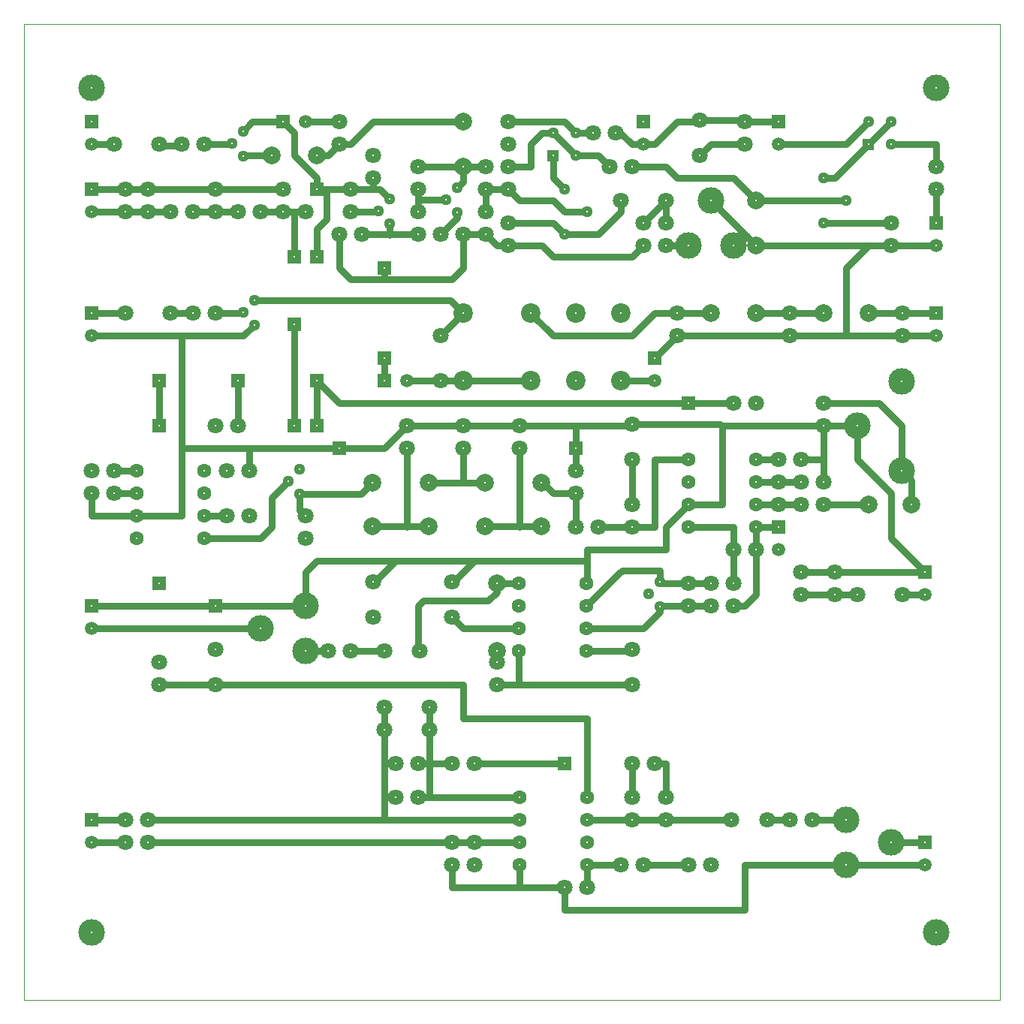
<source format=gbr>
%FSLAX34Y34*%
%MOMM*%
%LNSILK_TOP*%
G71*
G01*
%ADD10C, 0.00*%
%ADD11C, 1.52*%
%ADD12C, 1.80*%
%ADD13C, 0.80*%
%ADD14C, 1.28*%
%ADD15C, 2.00*%
%ADD16C, 1.28*%
%ADD17C, 3.00*%
%ADD18C, 1.60*%
%ADD19C, 2.20*%
%ADD20C, 3.00*%
%ADD21C, 3.00*%
%ADD22C, 0.30*%
%LPD*%
G54D10*
X-50000Y1050000D02*
X1050000Y1050000D01*
X1050000Y-50000D01*
X-50000Y-50000D01*
X-50000Y1050000D01*
G36*
X33000Y947400D02*
X33000Y932200D01*
X17800Y932200D01*
X17800Y947400D01*
X33000Y947400D01*
G37*
X25400Y914400D02*
G54D11*
D03*
X127000Y914400D02*
G54D12*
D03*
X152400Y914400D02*
G54D12*
D03*
X101600Y914400D02*
G54D12*
D03*
X50800Y914400D02*
G54D12*
D03*
G54D13*
X102608Y913133D02*
X125733Y913133D01*
X127000Y914400D01*
X196566Y901371D02*
G54D14*
D03*
X183866Y915371D02*
G54D14*
D03*
X196566Y929371D02*
G54D14*
D03*
G36*
X233700Y947400D02*
X248900Y947400D01*
X248900Y932200D01*
X233700Y932200D01*
X233700Y947400D01*
G37*
X266700Y939800D02*
G54D11*
D03*
G54D13*
X241300Y939800D02*
X206995Y939800D01*
X196566Y929371D01*
X228600Y901700D02*
G54D15*
D03*
X279400Y901700D02*
G54D15*
D03*
G54D13*
X228600Y901700D02*
X196895Y901700D01*
X196566Y901371D01*
X304800Y939800D02*
G54D12*
D03*
X304800Y914400D02*
G54D12*
D03*
X361666Y825171D02*
G54D14*
D03*
X348966Y839171D02*
G54D14*
D03*
X361666Y853171D02*
G54D14*
D03*
G36*
X33000Y871200D02*
X33000Y856000D01*
X17800Y856000D01*
X17800Y871200D01*
X33000Y871200D01*
G37*
X25400Y838200D02*
G54D11*
D03*
X63500Y863600D02*
G54D12*
D03*
X63500Y838200D02*
G54D12*
D03*
X88900Y863600D02*
G54D12*
D03*
X88900Y838200D02*
G54D12*
D03*
X114300Y838200D02*
G54D12*
D03*
X139700Y838200D02*
G54D12*
D03*
X165100Y863600D02*
G54D12*
D03*
X165100Y838200D02*
G54D12*
D03*
X190500Y838200D02*
G54D12*
D03*
X215900Y838200D02*
G54D12*
D03*
X241300Y863600D02*
G54D12*
D03*
X241300Y838200D02*
G54D12*
D03*
G54D13*
X25400Y838200D02*
X63500Y838200D01*
X88900Y838200D01*
X114300Y838200D01*
G54D13*
X139700Y838200D02*
X165100Y838200D01*
X190500Y838200D01*
G54D13*
X215900Y838200D02*
X241300Y838200D01*
G54D13*
X25400Y914400D02*
X50800Y914400D01*
G54D13*
X152400Y914400D02*
X182895Y914400D01*
X183866Y915371D01*
X317500Y863600D02*
G54D12*
D03*
X317500Y838200D02*
G54D12*
D03*
G54D13*
X317500Y838200D02*
X347995Y838200D01*
X348966Y839171D01*
G54D13*
X317500Y863600D02*
X351237Y863600D01*
X361666Y853171D01*
X342900Y901700D02*
G54D12*
D03*
X342900Y876300D02*
G54D12*
D03*
G54D13*
X342900Y876300D02*
X342900Y863600D01*
G54D13*
X279400Y901700D02*
X292100Y901700D01*
X304800Y914400D01*
X393700Y812800D02*
G54D12*
D03*
X393700Y838200D02*
G54D12*
D03*
X437866Y837871D02*
G54D14*
D03*
X425166Y851871D02*
G54D14*
D03*
X437866Y865871D02*
G54D14*
D03*
X393700Y889000D02*
G54D12*
D03*
X393700Y863600D02*
G54D12*
D03*
G54D13*
X393700Y838200D02*
X393700Y863600D01*
X304800Y812800D02*
G54D12*
D03*
X330200Y812800D02*
G54D12*
D03*
G54D13*
X330200Y812800D02*
X393700Y812800D01*
G54D13*
X361666Y825171D02*
X361666Y812621D01*
X361566Y812521D01*
X444500Y939800D02*
G54D15*
D03*
X444500Y889000D02*
G54D15*
D03*
G54D13*
X304800Y914400D02*
X317500Y914400D01*
X342900Y939800D01*
X444500Y939800D01*
G54D13*
X444500Y889000D02*
X444500Y872505D01*
X437866Y865871D01*
G54D13*
X425166Y851871D02*
X394671Y851871D01*
X393700Y850900D01*
X419100Y812800D02*
G54D12*
D03*
X444500Y812800D02*
G54D12*
D03*
G54D13*
X437866Y837871D02*
X437866Y831566D01*
X419100Y812800D01*
G54D13*
X393700Y889000D02*
X444500Y889000D01*
X469900Y889000D02*
G54D12*
D03*
X469900Y863600D02*
G54D12*
D03*
X469900Y838200D02*
G54D12*
D03*
X469900Y812800D02*
G54D12*
D03*
X495300Y889000D02*
G54D12*
D03*
X495300Y863600D02*
G54D12*
D03*
G54D13*
X469900Y863600D02*
X495300Y863600D01*
G54D13*
X469900Y863600D02*
X469900Y838200D01*
G54D13*
X444500Y889000D02*
X469900Y889000D01*
X558800Y812800D02*
G54D14*
D03*
X584200Y838200D02*
G54D14*
D03*
X558800Y863600D02*
G54D14*
D03*
X495300Y825500D02*
G54D12*
D03*
X495300Y800100D02*
G54D12*
D03*
G36*
X539700Y908100D02*
X552500Y908100D01*
X552500Y895300D01*
X539700Y895300D01*
X539700Y908100D01*
G37*
X546100Y927100D02*
G54D16*
D03*
X571500Y901700D02*
G54D16*
D03*
X571500Y927100D02*
G54D16*
D03*
X495300Y939800D02*
G54D12*
D03*
X495300Y914400D02*
G54D12*
D03*
G54D13*
X546100Y927100D02*
X571500Y901700D01*
G54D13*
X495300Y889000D02*
X520700Y889000D01*
X520700Y914400D01*
X533400Y927100D01*
X546100Y927100D01*
G54D13*
X495300Y939800D02*
X558800Y939800D01*
X571500Y927100D01*
G54D13*
X546100Y901700D02*
X546100Y876300D01*
X558800Y863600D01*
G54D13*
X495300Y825500D02*
X546100Y825500D01*
X558800Y812800D01*
G54D13*
X495300Y863600D02*
X508000Y850900D01*
X546093Y850900D01*
X558800Y838193D01*
X584200Y838200D01*
X635000Y889000D02*
G54D12*
D03*
X609600Y889000D02*
G54D12*
D03*
G54D13*
X571500Y901700D02*
X596900Y901700D01*
X609600Y889000D01*
X673100Y850900D02*
G54D12*
D03*
X622300Y850900D02*
G54D12*
D03*
G54D13*
X558800Y812800D02*
X596900Y812800D01*
X622300Y838200D01*
X622300Y850900D01*
X647700Y825500D02*
G54D12*
D03*
X647700Y800100D02*
G54D12*
D03*
G54D13*
X647700Y825500D02*
X673100Y850900D01*
X673100Y825500D02*
G54D12*
D03*
X673100Y800100D02*
G54D12*
D03*
G54D13*
X673100Y850900D02*
X673100Y825500D01*
X698500Y800100D02*
G54D17*
D03*
X749300Y800100D02*
G54D17*
D03*
X723900Y850900D02*
G54D17*
D03*
G54D13*
X673100Y800100D02*
X698500Y800100D01*
X711200Y901700D02*
G54D12*
D03*
X711200Y941700D02*
G54D12*
D03*
X616978Y927499D02*
G54D12*
D03*
X591578Y927499D02*
G54D12*
D03*
G54D13*
X571500Y927100D02*
X591179Y927100D01*
X591578Y927499D01*
G36*
X655300Y947400D02*
X655300Y932200D01*
X640100Y932200D01*
X640100Y947400D01*
X655300Y947400D01*
G37*
X647700Y914400D02*
G54D11*
D03*
G54D13*
X616978Y927499D02*
X621901Y927499D01*
X635000Y914400D01*
X647700Y914400D01*
X762000Y939800D02*
G54D12*
D03*
X762000Y914400D02*
G54D12*
D03*
G54D13*
X647700Y914400D02*
X660400Y914400D01*
X685800Y939800D01*
X709300Y939800D01*
X711200Y941700D01*
G54D13*
X711200Y941700D02*
X760100Y941700D01*
X762000Y939800D01*
X850900Y825500D02*
G54D14*
D03*
X876300Y850900D02*
G54D14*
D03*
X850900Y876300D02*
G54D14*
D03*
X774700Y850900D02*
G54D15*
D03*
X774700Y800100D02*
G54D15*
D03*
G36*
X807700Y947400D02*
X807700Y932200D01*
X792500Y932200D01*
X792500Y947400D01*
X807700Y947400D01*
G37*
X800100Y914400D02*
G54D11*
D03*
G54D13*
X762000Y939800D02*
X800100Y939800D01*
G36*
X895300Y920800D02*
X908100Y920800D01*
X908100Y908000D01*
X895300Y908000D01*
X895300Y920800D01*
G37*
X901700Y939800D02*
G54D16*
D03*
X927100Y914400D02*
G54D16*
D03*
X927100Y939800D02*
G54D16*
D03*
X977900Y863600D02*
G54D12*
D03*
X977900Y889000D02*
G54D12*
D03*
G36*
X985500Y833100D02*
X985500Y817900D01*
X970300Y817900D01*
X970300Y833100D01*
X985500Y833100D01*
G37*
X977900Y800100D02*
G54D11*
D03*
G54D13*
X901700Y914400D02*
X927100Y939800D01*
G54D13*
X927100Y914400D02*
X977900Y914400D01*
X977900Y889000D01*
X927100Y825500D02*
G54D12*
D03*
X927100Y800100D02*
G54D12*
D03*
G54D13*
X850900Y825500D02*
X927100Y825500D01*
G54D13*
X876300Y850900D02*
X774700Y850900D01*
G54D13*
X850900Y876300D02*
X863600Y876300D01*
X901700Y914400D01*
G54D13*
X635000Y889000D02*
X673100Y889000D01*
X685800Y876300D01*
X749300Y876300D01*
X774700Y850900D01*
G54D13*
X800100Y914400D02*
X876300Y914400D01*
X901700Y939800D01*
G54D13*
X977900Y863600D02*
X977900Y825500D01*
G54D13*
X495300Y800100D02*
X533400Y800100D01*
X546100Y787400D01*
X635000Y787400D01*
X647700Y800100D01*
G54D13*
X723900Y850900D02*
X774700Y800100D01*
G54D13*
X749300Y800100D02*
X754100Y800100D01*
X765200Y811200D01*
G54D13*
X774700Y800100D02*
X927100Y800100D01*
X977900Y800100D01*
G54D13*
X762000Y914400D02*
X723900Y914400D01*
X711200Y901700D01*
G54D13*
X241300Y863600D02*
X165100Y863600D01*
X88900Y863600D01*
X63500Y863600D01*
X25400Y863600D01*
G54D13*
X266700Y939800D02*
X304800Y939800D01*
X76200Y546100D02*
G54D18*
D03*
X76200Y520700D02*
G54D18*
D03*
X76200Y495300D02*
G54D18*
D03*
X76200Y469900D02*
G54D18*
D03*
X152400Y546100D02*
G54D18*
D03*
X152400Y520700D02*
G54D18*
D03*
X152400Y495300D02*
G54D18*
D03*
X152400Y469900D02*
G54D18*
D03*
X698500Y558800D02*
G54D18*
D03*
X698500Y533400D02*
G54D18*
D03*
X698500Y508000D02*
G54D18*
D03*
X698500Y482600D02*
G54D18*
D03*
X774700Y558800D02*
G54D18*
D03*
X774700Y533400D02*
G54D18*
D03*
X774700Y508000D02*
G54D18*
D03*
X774700Y482600D02*
G54D18*
D03*
X342050Y532550D02*
G54D15*
D03*
X342050Y484150D02*
G54D15*
D03*
X444885Y647935D02*
G54D19*
D03*
X444885Y724135D02*
G54D19*
D03*
X521085Y647935D02*
G54D19*
D03*
X571885Y647935D02*
G54D19*
D03*
X622685Y647935D02*
G54D19*
D03*
X521085Y724135D02*
G54D19*
D03*
X571885Y724135D02*
G54D19*
D03*
X622685Y724135D02*
G54D19*
D03*
G36*
X985500Y731500D02*
X985500Y716300D01*
X970300Y716300D01*
X970300Y731500D01*
X985500Y731500D01*
G37*
X977900Y698500D02*
G54D11*
D03*
X939800Y698500D02*
G54D12*
D03*
X939800Y723900D02*
G54D12*
D03*
X901700Y723900D02*
G54D15*
D03*
X850900Y723900D02*
G54D15*
D03*
X812800Y698500D02*
G54D12*
D03*
X812800Y723900D02*
G54D12*
D03*
X774700Y723900D02*
G54D15*
D03*
X723900Y723900D02*
G54D15*
D03*
X685800Y698500D02*
G54D12*
D03*
X685800Y723900D02*
G54D12*
D03*
G54D13*
X685800Y698500D02*
X812800Y698500D01*
X939800Y698500D01*
X977900Y698500D01*
G54D13*
X685800Y723900D02*
X723900Y723900D01*
G54D13*
X774700Y723900D02*
X812800Y723900D01*
G54D13*
X812800Y723900D02*
X850900Y723900D01*
G54D13*
X901700Y723900D02*
X939800Y723900D01*
X977900Y723900D01*
G54D13*
X521085Y724135D02*
X521085Y723515D01*
X546100Y698500D01*
X635000Y698500D01*
X660400Y723900D01*
X685800Y723900D01*
G54D13*
X876300Y698500D02*
X876300Y774700D01*
X901700Y800100D01*
G36*
X33000Y731500D02*
X33000Y716300D01*
X17800Y716300D01*
X17800Y731500D01*
X33000Y731500D01*
G37*
X25400Y698500D02*
G54D11*
D03*
X114300Y723900D02*
G54D12*
D03*
X63500Y723900D02*
G54D12*
D03*
X139700Y723900D02*
G54D12*
D03*
X165100Y723900D02*
G54D12*
D03*
X209266Y710871D02*
G54D14*
D03*
X196566Y724871D02*
G54D14*
D03*
X209266Y738871D02*
G54D14*
D03*
X419100Y647700D02*
G54D12*
D03*
X419100Y698500D02*
G54D12*
D03*
G54D13*
X25400Y723900D02*
X63500Y723900D01*
G54D13*
X114300Y723900D02*
X139700Y723900D01*
G54D13*
X165100Y723900D02*
X195595Y723900D01*
X196566Y724871D01*
G54D13*
X209266Y738871D02*
X430149Y738871D01*
X444885Y724135D01*
G54D13*
X444885Y647935D02*
X419334Y647935D01*
X419100Y647700D01*
G54D13*
X444885Y724135D02*
X444734Y724135D01*
X419100Y698500D01*
G54D13*
X25400Y698500D02*
X196895Y698500D01*
X209266Y710871D01*
G54D13*
X444885Y647935D02*
X521085Y647935D01*
G36*
X668000Y680700D02*
X668000Y665500D01*
X652800Y665500D01*
X652800Y680700D01*
X668000Y680700D01*
G37*
X660400Y647700D02*
G54D11*
D03*
G54D13*
X685800Y698500D02*
X660400Y673100D01*
G54D13*
X622685Y647935D02*
X660165Y647935D01*
X660400Y647700D01*
X405550Y532550D02*
G54D15*
D03*
X405550Y484150D02*
G54D15*
D03*
X469050Y532550D02*
G54D15*
D03*
X469050Y484150D02*
G54D15*
D03*
X532550Y532550D02*
G54D15*
D03*
X532550Y484150D02*
G54D15*
D03*
X381000Y571500D02*
G54D12*
D03*
X381000Y596900D02*
G54D12*
D03*
X444500Y571500D02*
G54D12*
D03*
X444500Y596900D02*
G54D12*
D03*
X508000Y571500D02*
G54D12*
D03*
X508000Y596900D02*
G54D12*
D03*
X260066Y520371D02*
G54D14*
D03*
X247366Y534371D02*
G54D14*
D03*
X260066Y548371D02*
G54D14*
D03*
G54D13*
X152400Y469900D02*
X215900Y469900D01*
X228600Y482600D01*
X228600Y515605D01*
X247366Y534371D01*
X266700Y495300D02*
G54D12*
D03*
X266700Y469900D02*
G54D12*
D03*
G54D13*
X260066Y520371D02*
X260066Y501934D01*
X266700Y495300D01*
G54D13*
X260066Y520371D02*
X329871Y520371D01*
X342050Y532550D01*
X571500Y520700D02*
G54D12*
D03*
X571500Y546100D02*
G54D12*
D03*
X596900Y482600D02*
G54D12*
D03*
X571500Y482600D02*
G54D12*
D03*
X50800Y546100D02*
G54D12*
D03*
X25400Y546100D02*
G54D12*
D03*
X50800Y520700D02*
G54D12*
D03*
X25400Y520700D02*
G54D12*
D03*
G54D13*
X50800Y546100D02*
X76200Y546100D01*
G54D13*
X50800Y520700D02*
X76200Y520700D01*
X203200Y495300D02*
G54D12*
D03*
X177800Y495300D02*
G54D12*
D03*
X203200Y546100D02*
G54D12*
D03*
X177800Y546100D02*
G54D12*
D03*
G54D13*
X152400Y495300D02*
X177800Y495300D01*
X635000Y508000D02*
G54D12*
D03*
X635000Y482600D02*
G54D12*
D03*
X635000Y598800D02*
G54D12*
D03*
X635000Y558800D02*
G54D12*
D03*
G54D13*
X571500Y520700D02*
X571500Y482600D01*
G54D13*
X596900Y482600D02*
X635000Y482600D01*
G36*
X297200Y579100D02*
X312400Y579100D01*
X312400Y563900D01*
X297200Y563900D01*
X297200Y579100D01*
G37*
G54D13*
X342050Y484150D02*
X405550Y484150D01*
G54D13*
X405550Y532550D02*
X469050Y532550D01*
G54D13*
X469050Y484150D02*
X532550Y484150D01*
G54D13*
X532550Y532550D02*
X534250Y532550D01*
X546100Y520700D01*
X571500Y520700D01*
G54D13*
X381000Y571500D02*
X381000Y482600D01*
G54D13*
X444500Y571500D02*
X444500Y533400D01*
G54D13*
X508000Y571500D02*
X508000Y482600D01*
G54D13*
X304800Y571500D02*
X355600Y571500D01*
X381000Y596900D01*
G54D13*
X381000Y596900D02*
X444500Y596900D01*
G54D13*
X444500Y596900D02*
X508000Y596900D01*
G54D13*
X635000Y558800D02*
X635000Y508000D01*
G54D13*
X508000Y596900D02*
X633100Y596900D01*
X635000Y598800D01*
G54D13*
X25400Y520700D02*
X25400Y495300D01*
X76200Y495300D01*
G54D13*
X304800Y571500D02*
X203200Y571500D01*
G36*
X246400Y795000D02*
X261600Y795000D01*
X261600Y779800D01*
X246400Y779800D01*
X246400Y795000D01*
G37*
G54D13*
X304800Y812800D02*
X304800Y774700D01*
X317500Y762000D01*
X431800Y762000D01*
X444500Y774700D01*
X444500Y812800D01*
X469900Y812800D01*
X482600Y800100D01*
X495300Y800100D01*
G36*
X246400Y604500D02*
X261600Y604500D01*
X261600Y589300D01*
X246400Y589300D01*
X246400Y604500D01*
G37*
G36*
X246400Y718800D02*
X261600Y718800D01*
X261600Y703600D01*
X246400Y703600D01*
X246400Y718800D01*
G37*
G54D13*
X254000Y711200D02*
X254000Y596900D01*
G54D13*
X127000Y571500D02*
X127000Y698500D01*
X165100Y596900D02*
G54D12*
D03*
X190500Y596900D02*
G54D12*
D03*
G36*
X271800Y871200D02*
X287000Y871200D01*
X287000Y856000D01*
X271800Y856000D01*
X271800Y871200D01*
G37*
G54D13*
X317500Y863600D02*
X279400Y863600D01*
X279400Y876300D01*
X254000Y901700D01*
X254000Y927100D01*
X241300Y939800D01*
G36*
X271800Y795000D02*
X287000Y795000D01*
X287000Y779800D01*
X271800Y779800D01*
X271800Y795000D01*
G37*
G36*
X271800Y655300D02*
X287000Y655300D01*
X287000Y640100D01*
X271800Y640100D01*
X271800Y655300D01*
G37*
G36*
X182900Y655300D02*
X198100Y655300D01*
X198100Y640100D01*
X182900Y640100D01*
X182900Y655300D01*
G37*
G54D13*
X190500Y647700D02*
X190500Y596900D01*
G36*
X271800Y604500D02*
X287000Y604500D01*
X287000Y589300D01*
X271800Y589300D01*
X271800Y604500D01*
G37*
G54D13*
X279400Y647700D02*
X279400Y596900D01*
X266700Y838200D02*
G54D12*
D03*
X317500Y838200D02*
G54D12*
D03*
G54D13*
X241300Y838200D02*
X266700Y838200D01*
G54D13*
X254000Y787400D02*
X254000Y838200D01*
G54D13*
X279400Y787400D02*
X279400Y819100D01*
X290500Y830200D01*
X290500Y862000D01*
X292100Y863600D01*
G54D13*
X635000Y598800D02*
X734700Y598800D01*
X736600Y596900D01*
X736600Y508000D01*
X698500Y508000D01*
G54D13*
X698500Y558800D02*
X660400Y558800D01*
X660400Y482600D01*
X635000Y482600D01*
X800100Y508000D02*
G54D12*
D03*
X800100Y533400D02*
G54D12*
D03*
X825500Y558800D02*
G54D12*
D03*
X800100Y558800D02*
G54D12*
D03*
G54D13*
X774700Y558800D02*
X800100Y558800D01*
G54D13*
X774700Y533400D02*
X800100Y533400D01*
G54D13*
X774700Y508000D02*
X800100Y508000D01*
X850900Y533400D02*
G54D12*
D03*
X825500Y533400D02*
G54D12*
D03*
X850900Y508000D02*
G54D12*
D03*
X825500Y508000D02*
G54D12*
D03*
G54D13*
X800100Y508000D02*
X825500Y508000D01*
G54D13*
X800100Y533400D02*
X825500Y533400D01*
G54D13*
X825500Y558800D02*
X850900Y558800D01*
X850900Y533400D01*
X901700Y508000D02*
G54D15*
D03*
X950100Y508000D02*
G54D15*
D03*
G54D13*
X850900Y508000D02*
X901700Y508000D01*
X889000Y596900D02*
G54D20*
D03*
X939000Y646900D02*
G54D20*
D03*
X939000Y546900D02*
G54D20*
D03*
G54D13*
X950100Y508000D02*
X950100Y535800D01*
X939000Y546900D01*
X850900Y596900D02*
G54D12*
D03*
X850900Y622300D02*
G54D12*
D03*
G54D13*
X889000Y596900D02*
X850900Y596900D01*
X850900Y558800D01*
G54D13*
X850900Y622300D02*
X913600Y622300D01*
X939000Y596900D01*
X939000Y546900D01*
G54D13*
X850900Y596900D02*
X736600Y596900D01*
X734700Y598800D01*
G36*
X690900Y629900D02*
X706100Y629900D01*
X706100Y614700D01*
X690900Y614700D01*
X690900Y629900D01*
G37*
X749300Y622300D02*
G54D12*
D03*
X774700Y622300D02*
G54D12*
D03*
G54D13*
X749300Y622300D02*
X698500Y622300D01*
G54D13*
X698500Y622300D02*
X304800Y622300D01*
X279400Y647700D01*
G36*
X348000Y655300D02*
X363200Y655300D01*
X363200Y640100D01*
X348000Y640100D01*
X348000Y655300D01*
G37*
X381000Y647700D02*
G54D11*
D03*
G54D13*
X381000Y647700D02*
X419100Y647700D01*
G36*
X348000Y680700D02*
X363200Y680700D01*
X363200Y665500D01*
X348000Y665500D01*
X348000Y680700D01*
G37*
G36*
X348000Y782300D02*
X363200Y782300D01*
X363200Y767100D01*
X348000Y767100D01*
X348000Y782300D01*
G37*
G54D13*
X355600Y774700D02*
X355600Y762000D01*
G54D13*
X355600Y673100D02*
X355600Y647700D01*
G36*
X563900Y579100D02*
X579100Y579100D01*
X579100Y563900D01*
X563900Y563900D01*
X563900Y579100D01*
G37*
G54D13*
X571500Y546100D02*
X571500Y571500D01*
X571500Y596900D01*
X749300Y419100D02*
G54D12*
D03*
X723900Y419100D02*
G54D12*
D03*
X749300Y393700D02*
G54D12*
D03*
X723900Y393700D02*
G54D12*
D03*
X698500Y419100D02*
G54D12*
D03*
X698500Y393700D02*
G54D12*
D03*
G54D13*
X723900Y419100D02*
X698500Y419100D01*
G54D13*
X723900Y393700D02*
X698500Y393700D01*
X666466Y393371D02*
G54D14*
D03*
X653766Y407371D02*
G54D14*
D03*
X666466Y421371D02*
G54D14*
D03*
G54D13*
X698500Y419100D02*
X668737Y419100D01*
X666466Y421371D01*
G54D13*
X698500Y393700D02*
X666795Y393700D01*
X666466Y393371D01*
G36*
X972800Y439400D02*
X972800Y424200D01*
X957600Y424200D01*
X957600Y439400D01*
X972800Y439400D01*
G37*
X965200Y406400D02*
G54D11*
D03*
G54D13*
X889000Y596900D02*
X889000Y558800D01*
X927100Y520700D01*
X927100Y469900D01*
X965200Y431800D01*
X889000Y406400D02*
G54D12*
D03*
X939800Y406400D02*
G54D12*
D03*
X863600Y406400D02*
G54D12*
D03*
X863600Y431800D02*
G54D12*
D03*
X825500Y431800D02*
G54D12*
D03*
X825500Y406400D02*
G54D12*
D03*
G54D13*
X965200Y406400D02*
X939800Y406400D01*
G54D13*
X889000Y406400D02*
X863600Y406400D01*
X825500Y406400D01*
G54D13*
X965200Y431800D02*
X863600Y431800D01*
X825500Y431800D01*
X584051Y342890D02*
G54D18*
D03*
X584051Y368290D02*
G54D18*
D03*
X584051Y393691D02*
G54D18*
D03*
X584051Y419090D02*
G54D18*
D03*
X507851Y342890D02*
G54D18*
D03*
X507851Y368290D02*
G54D18*
D03*
X507851Y393691D02*
G54D18*
D03*
X507851Y419090D02*
G54D18*
D03*
G54D13*
X666466Y393371D02*
X666466Y387066D01*
X647700Y368300D01*
X584051Y368290D01*
G54D13*
X666466Y421371D02*
X666466Y433921D01*
X666366Y434021D01*
X624521Y434021D01*
X622300Y431800D01*
X622160Y431800D01*
X584051Y393691D01*
G54D13*
X698500Y508000D02*
X673100Y482600D01*
X673100Y457200D01*
X584200Y457200D01*
X584200Y419240D01*
X584051Y419090D01*
X482600Y304800D02*
G54D12*
D03*
X482600Y330200D02*
G54D12*
D03*
X431800Y421000D02*
G54D12*
D03*
X431800Y381000D02*
G54D12*
D03*
X482600Y419100D02*
G54D15*
D03*
X482600Y342900D02*
G54D15*
D03*
G54D13*
X507851Y419090D02*
X482600Y419100D01*
G54D13*
X507851Y368290D02*
X444510Y368290D01*
X431800Y381000D01*
G54D13*
X431800Y421000D02*
X433700Y421000D01*
X457200Y444500D01*
X584200Y444500D01*
X342900Y421000D02*
G54D12*
D03*
X342900Y381000D02*
G54D12*
D03*
G54D13*
X342900Y421000D02*
X344800Y421000D01*
X368300Y444500D01*
X457200Y444500D01*
G54D13*
X76200Y495300D02*
X127000Y495300D01*
X127000Y571500D01*
X203200Y571500D01*
X203200Y546100D01*
G36*
X94000Y655300D02*
X109200Y655300D01*
X109200Y640100D01*
X94000Y640100D01*
X94000Y655300D01*
G37*
G36*
X94000Y426700D02*
X109200Y426700D01*
X109200Y411500D01*
X94000Y411500D01*
X94000Y426700D01*
G37*
G36*
X94000Y604500D02*
X109200Y604500D01*
X109200Y589300D01*
X94000Y589300D01*
X94000Y604500D01*
G37*
G54D13*
X101600Y647700D02*
X101600Y596900D01*
X355600Y342900D02*
G54D12*
D03*
X395600Y342900D02*
G54D12*
D03*
X266700Y342900D02*
G54D17*
D03*
X266700Y393700D02*
G54D17*
D03*
X215900Y368300D02*
G54D17*
D03*
G36*
X33000Y401300D02*
X33000Y386100D01*
X17800Y386100D01*
X17800Y401300D01*
X33000Y401300D01*
G37*
X25400Y368300D02*
G54D11*
D03*
X508000Y177800D02*
G54D18*
D03*
X508000Y152400D02*
G54D18*
D03*
X508000Y127000D02*
G54D18*
D03*
X508000Y101600D02*
G54D18*
D03*
X584200Y177800D02*
G54D18*
D03*
X584200Y152400D02*
G54D18*
D03*
X584200Y127000D02*
G54D18*
D03*
X584200Y101600D02*
G54D18*
D03*
X635000Y344800D02*
G54D12*
D03*
X635000Y304800D02*
G54D12*
D03*
G54D13*
X584051Y342890D02*
X633090Y342890D01*
X635000Y344800D01*
G54D13*
X635000Y304800D02*
X482600Y304800D01*
G54D13*
X507851Y342890D02*
X507851Y304949D01*
X508000Y304800D01*
G54D13*
X482600Y342900D02*
X482600Y330200D01*
X317500Y342900D02*
G54D12*
D03*
X292100Y342900D02*
G54D12*
D03*
G54D13*
X482600Y419100D02*
X482600Y409500D01*
X473100Y400000D01*
X400000Y400000D01*
X393700Y393700D01*
X393700Y344800D01*
X395600Y342900D01*
G54D13*
X355600Y342900D02*
X317500Y342900D01*
G54D13*
X292100Y342900D02*
X266700Y342900D01*
G54D13*
X266700Y393700D02*
X266700Y431800D01*
X279400Y444500D01*
X368300Y444500D01*
G54D13*
X215900Y368300D02*
X25400Y368300D01*
G36*
X33000Y160000D02*
X33000Y144800D01*
X17800Y144800D01*
X17800Y160000D01*
X33000Y160000D01*
G37*
X25400Y127000D02*
G54D11*
D03*
X88900Y152400D02*
G54D12*
D03*
X63500Y152400D02*
G54D12*
D03*
X88900Y127000D02*
G54D12*
D03*
X63500Y127000D02*
G54D12*
D03*
G36*
X807700Y490200D02*
X807700Y475000D01*
X792500Y475000D01*
X792500Y490200D01*
X807700Y490200D01*
G37*
X800100Y457200D02*
G54D11*
D03*
X774700Y457200D02*
G54D12*
D03*
X749300Y457200D02*
G54D12*
D03*
G54D13*
X774700Y482600D02*
X800100Y482600D01*
G54D13*
X774700Y482600D02*
X774700Y457200D01*
G54D13*
X698500Y482600D02*
X749300Y482600D01*
X749300Y457200D01*
G54D13*
X749300Y457200D02*
X749300Y419100D01*
G54D13*
X774700Y457200D02*
X774700Y406400D01*
X762000Y393700D01*
X749300Y393700D01*
G54D13*
X25400Y152400D02*
X63500Y152400D01*
G54D13*
X25400Y127000D02*
X63500Y127000D01*
G54D13*
X88900Y152400D02*
X508000Y152400D01*
X393700Y177800D02*
G54D12*
D03*
X368300Y177800D02*
G54D12*
D03*
X393700Y215900D02*
G54D12*
D03*
X368300Y215900D02*
G54D12*
D03*
X355600Y254000D02*
G54D12*
D03*
X406400Y254000D02*
G54D12*
D03*
X406400Y279400D02*
G54D12*
D03*
X355600Y279400D02*
G54D12*
D03*
G54D13*
X355600Y279400D02*
X355600Y254000D01*
X355600Y177800D01*
X368300Y177800D01*
G54D13*
X368300Y215900D02*
X355600Y215900D01*
G54D13*
X406400Y279400D02*
X406400Y254000D01*
X406400Y177800D01*
X393700Y177800D01*
G54D13*
X393700Y215900D02*
X406400Y215900D01*
G54D13*
X393700Y177800D02*
X508000Y177800D01*
G54D13*
X368300Y177800D02*
X355600Y177800D01*
X355600Y152400D01*
X457200Y215900D02*
G54D12*
D03*
X431800Y215900D02*
G54D12*
D03*
G36*
X157500Y401300D02*
X172700Y401300D01*
X172700Y386100D01*
X157500Y386100D01*
X157500Y401300D01*
G37*
G54D13*
X25400Y393700D02*
X165100Y393700D01*
X266700Y393700D01*
X165100Y344800D02*
G54D12*
D03*
X165100Y304800D02*
G54D12*
D03*
X101600Y330200D02*
G54D12*
D03*
X101600Y304800D02*
G54D12*
D03*
G54D13*
X101600Y304800D02*
X165100Y304800D01*
G54D13*
X165100Y304800D02*
X444500Y304800D01*
X444500Y266700D01*
X584200Y266700D01*
X584200Y177800D01*
X431800Y101600D02*
G54D12*
D03*
X431800Y127000D02*
G54D12*
D03*
X457200Y127000D02*
G54D12*
D03*
X457200Y101600D02*
G54D12*
D03*
G54D13*
X88900Y127000D02*
X431800Y127000D01*
X457200Y127000D01*
X508000Y127000D01*
X647700Y101600D02*
G54D12*
D03*
X622300Y101600D02*
G54D12*
D03*
X723900Y101600D02*
G54D12*
D03*
X698500Y101600D02*
G54D12*
D03*
G54D13*
X584200Y101600D02*
X622300Y101600D01*
X584200Y76200D02*
G54D12*
D03*
X558800Y76200D02*
G54D12*
D03*
G54D13*
X431800Y101600D02*
X431800Y76200D01*
X558800Y76200D01*
G54D13*
X508000Y101600D02*
X508000Y76200D01*
G54D13*
X584200Y101600D02*
X584200Y76200D01*
X635000Y152400D02*
G54D12*
D03*
X635000Y177800D02*
G54D12*
D03*
X673100Y177800D02*
G54D12*
D03*
X673100Y152400D02*
G54D12*
D03*
X660400Y215900D02*
G54D12*
D03*
X635000Y215900D02*
G54D12*
D03*
G54D13*
X584200Y152400D02*
X635000Y152400D01*
X673100Y152400D01*
G54D13*
X673100Y177800D02*
X673100Y215900D01*
X660400Y215900D01*
G54D13*
X635000Y177800D02*
X635000Y215900D01*
G54D13*
X431800Y215900D02*
X393700Y215900D01*
G36*
X551200Y223500D02*
X566400Y223500D01*
X566400Y208300D01*
X551200Y208300D01*
X551200Y223500D01*
G37*
G54D13*
X457200Y215900D02*
X558800Y215900D01*
G54D13*
X647700Y101600D02*
X698500Y101600D01*
X787400Y152400D02*
G54D12*
D03*
X747400Y152400D02*
G54D12*
D03*
X838200Y152400D02*
G54D12*
D03*
X812800Y152400D02*
G54D12*
D03*
X876300Y152400D02*
G54D17*
D03*
X876300Y101600D02*
G54D17*
D03*
X927100Y127000D02*
G54D17*
D03*
G36*
X972800Y134600D02*
X972800Y119400D01*
X957600Y119400D01*
X957600Y134600D01*
X972800Y134600D01*
G37*
X965200Y101600D02*
G54D11*
D03*
G54D13*
X558800Y76200D02*
X558800Y50800D01*
X762000Y50800D01*
X762000Y101600D01*
X876300Y101600D01*
X965200Y101600D01*
G54D13*
X673100Y152400D02*
X747400Y152400D01*
G54D13*
X787400Y152400D02*
X812800Y152400D01*
G54D13*
X838200Y152400D02*
X876300Y152400D01*
G54D13*
X927100Y127000D02*
X965200Y127000D01*
X25400Y977900D02*
G54D12*
D03*
X977900Y977900D02*
G54D12*
D03*
X977900Y25400D02*
G54D12*
D03*
X25400Y25400D02*
G54D12*
D03*
X25400Y977900D02*
G54D12*
D03*
X25400Y977900D02*
G54D12*
D03*
X25400Y977900D02*
G54D12*
D03*
X977900Y977900D02*
G54D12*
D03*
X977900Y25400D02*
G54D12*
D03*
X25400Y25400D02*
G54D12*
D03*
X25400Y977900D02*
G54D12*
D03*
X25400Y977900D02*
G54D21*
D03*
X977900Y977900D02*
G54D21*
D03*
X977900Y25400D02*
G54D21*
D03*
X25400Y25400D02*
G54D21*
D03*
%LNAUGENFREISTANZEN*%
%LPC*%
X25400Y939800D02*
G54D22*
D03*
X25400Y914400D02*
G54D22*
D03*
X127000Y914400D02*
G54D22*
D03*
X152400Y914400D02*
G54D22*
D03*
X101600Y914400D02*
G54D22*
D03*
X50800Y914400D02*
G54D22*
D03*
X196566Y901371D02*
G54D22*
D03*
X183866Y915371D02*
G54D22*
D03*
X196566Y929371D02*
G54D22*
D03*
X241300Y939800D02*
G54D22*
D03*
X266700Y939800D02*
G54D22*
D03*
X228600Y901700D02*
G54D22*
D03*
X279400Y901700D02*
G54D22*
D03*
X304800Y939800D02*
G54D22*
D03*
X304800Y914400D02*
G54D22*
D03*
X361666Y825171D02*
G54D22*
D03*
X348966Y839171D02*
G54D22*
D03*
X361666Y853171D02*
G54D22*
D03*
X25400Y863600D02*
G54D22*
D03*
X25400Y838200D02*
G54D22*
D03*
X63500Y863600D02*
G54D22*
D03*
X63500Y838200D02*
G54D22*
D03*
X88900Y863600D02*
G54D22*
D03*
X88900Y838200D02*
G54D22*
D03*
X114300Y838200D02*
G54D22*
D03*
X139700Y838200D02*
G54D22*
D03*
X165100Y863600D02*
G54D22*
D03*
X165100Y838200D02*
G54D22*
D03*
X190500Y838200D02*
G54D22*
D03*
X215900Y838200D02*
G54D22*
D03*
X241300Y863600D02*
G54D22*
D03*
X241300Y838200D02*
G54D22*
D03*
X317500Y863600D02*
G54D22*
D03*
X317500Y838200D02*
G54D22*
D03*
X342900Y901700D02*
G54D22*
D03*
X342900Y876300D02*
G54D22*
D03*
X393700Y812800D02*
G54D22*
D03*
X393700Y838200D02*
G54D22*
D03*
X437866Y837871D02*
G54D22*
D03*
X425166Y851871D02*
G54D22*
D03*
X437866Y865871D02*
G54D22*
D03*
X393700Y889000D02*
G54D22*
D03*
X393700Y863600D02*
G54D22*
D03*
X304800Y812800D02*
G54D22*
D03*
X330200Y812800D02*
G54D22*
D03*
X444500Y939800D02*
G54D22*
D03*
X444500Y889000D02*
G54D22*
D03*
X419100Y812800D02*
G54D22*
D03*
X444500Y812800D02*
G54D22*
D03*
X469900Y889000D02*
G54D22*
D03*
X469900Y863600D02*
G54D22*
D03*
X469900Y838200D02*
G54D22*
D03*
X469900Y812800D02*
G54D22*
D03*
X495300Y889000D02*
G54D22*
D03*
X495300Y863600D02*
G54D22*
D03*
X558800Y812800D02*
G54D22*
D03*
X584200Y838200D02*
G54D22*
D03*
X558800Y863600D02*
G54D22*
D03*
X495300Y825500D02*
G54D22*
D03*
X495300Y800100D02*
G54D22*
D03*
X546100Y901700D02*
G54D22*
D03*
X546100Y927100D02*
G54D22*
D03*
X571500Y901700D02*
G54D22*
D03*
X571500Y927100D02*
G54D22*
D03*
X495300Y939800D02*
G54D22*
D03*
X495300Y914400D02*
G54D22*
D03*
X635000Y889000D02*
G54D22*
D03*
X609600Y889000D02*
G54D22*
D03*
X673100Y850900D02*
G54D22*
D03*
X622300Y850900D02*
G54D22*
D03*
X647700Y825500D02*
G54D22*
D03*
X647700Y800100D02*
G54D22*
D03*
X673100Y825500D02*
G54D22*
D03*
X673100Y800100D02*
G54D22*
D03*
X698500Y800100D02*
G54D22*
D03*
X749300Y800100D02*
G54D22*
D03*
X723900Y850900D02*
G54D22*
D03*
X711200Y901700D02*
G54D22*
D03*
X711200Y941700D02*
G54D22*
D03*
X616978Y927499D02*
G54D22*
D03*
X591578Y927499D02*
G54D22*
D03*
X647700Y939800D02*
G54D22*
D03*
X647700Y914400D02*
G54D22*
D03*
X762000Y939800D02*
G54D22*
D03*
X762000Y914400D02*
G54D22*
D03*
X850900Y825500D02*
G54D22*
D03*
X876300Y850900D02*
G54D22*
D03*
X850900Y876300D02*
G54D22*
D03*
X774700Y850900D02*
G54D22*
D03*
X774700Y800100D02*
G54D22*
D03*
X800100Y939800D02*
G54D22*
D03*
X800100Y914400D02*
G54D22*
D03*
X901700Y914400D02*
G54D22*
D03*
X901700Y939800D02*
G54D22*
D03*
X927100Y914400D02*
G54D22*
D03*
X927100Y939800D02*
G54D22*
D03*
X977900Y863600D02*
G54D22*
D03*
X977900Y889000D02*
G54D22*
D03*
X977900Y825500D02*
G54D22*
D03*
X977900Y800100D02*
G54D22*
D03*
X927100Y825500D02*
G54D22*
D03*
X927100Y800100D02*
G54D22*
D03*
X76200Y546100D02*
G54D22*
D03*
X76200Y520700D02*
G54D22*
D03*
X76200Y495300D02*
G54D22*
D03*
X76200Y469900D02*
G54D22*
D03*
X152400Y546100D02*
G54D22*
D03*
X152400Y520700D02*
G54D22*
D03*
X152400Y495300D02*
G54D22*
D03*
X152400Y469900D02*
G54D22*
D03*
X698500Y558800D02*
G54D22*
D03*
X698500Y533400D02*
G54D22*
D03*
X698500Y508000D02*
G54D22*
D03*
X698500Y482600D02*
G54D22*
D03*
X774700Y558800D02*
G54D22*
D03*
X774700Y533400D02*
G54D22*
D03*
X774700Y508000D02*
G54D22*
D03*
X774700Y482600D02*
G54D22*
D03*
X342050Y532550D02*
G54D22*
D03*
X342050Y484150D02*
G54D22*
D03*
X444885Y647935D02*
G54D22*
D03*
X444885Y724135D02*
G54D22*
D03*
X521085Y647935D02*
G54D22*
D03*
X571885Y647935D02*
G54D22*
D03*
X622685Y647935D02*
G54D22*
D03*
X521085Y724135D02*
G54D22*
D03*
X571885Y724135D02*
G54D22*
D03*
X622685Y724135D02*
G54D22*
D03*
X977900Y723900D02*
G54D22*
D03*
X977900Y698500D02*
G54D22*
D03*
X939800Y698500D02*
G54D22*
D03*
X939800Y723900D02*
G54D22*
D03*
X901700Y723900D02*
G54D22*
D03*
X850900Y723900D02*
G54D22*
D03*
X812800Y698500D02*
G54D22*
D03*
X812800Y723900D02*
G54D22*
D03*
X774700Y723900D02*
G54D22*
D03*
X723900Y723900D02*
G54D22*
D03*
X685800Y698500D02*
G54D22*
D03*
X685800Y723900D02*
G54D22*
D03*
X25400Y723900D02*
G54D22*
D03*
X25400Y698500D02*
G54D22*
D03*
X114300Y723900D02*
G54D22*
D03*
X63500Y723900D02*
G54D22*
D03*
X139700Y723900D02*
G54D22*
D03*
X165100Y723900D02*
G54D22*
D03*
X209266Y710871D02*
G54D22*
D03*
X196566Y724871D02*
G54D22*
D03*
X209266Y738871D02*
G54D22*
D03*
X419100Y647700D02*
G54D22*
D03*
X419100Y698500D02*
G54D22*
D03*
X660400Y673100D02*
G54D22*
D03*
X660400Y647700D02*
G54D22*
D03*
X405550Y532550D02*
G54D22*
D03*
X405550Y484150D02*
G54D22*
D03*
X469050Y532550D02*
G54D22*
D03*
X469050Y484150D02*
G54D22*
D03*
X532550Y532550D02*
G54D22*
D03*
X532550Y484150D02*
G54D22*
D03*
X381000Y571500D02*
G54D22*
D03*
X381000Y596900D02*
G54D22*
D03*
X444500Y571500D02*
G54D22*
D03*
X444500Y596900D02*
G54D22*
D03*
X508000Y571500D02*
G54D22*
D03*
X508000Y596900D02*
G54D22*
D03*
X260066Y520371D02*
G54D22*
D03*
X247366Y534371D02*
G54D22*
D03*
X260066Y548371D02*
G54D22*
D03*
X266700Y495300D02*
G54D22*
D03*
X266700Y469900D02*
G54D22*
D03*
X571500Y520700D02*
G54D22*
D03*
X571500Y546100D02*
G54D22*
D03*
X596900Y482600D02*
G54D22*
D03*
X571500Y482600D02*
G54D22*
D03*
X50800Y546100D02*
G54D22*
D03*
X25400Y546100D02*
G54D22*
D03*
X50800Y520700D02*
G54D22*
D03*
X25400Y520700D02*
G54D22*
D03*
X203200Y495300D02*
G54D22*
D03*
X177800Y495300D02*
G54D22*
D03*
X203200Y546100D02*
G54D22*
D03*
X177800Y546100D02*
G54D22*
D03*
X635000Y508000D02*
G54D22*
D03*
X635000Y482600D02*
G54D22*
D03*
X635000Y598800D02*
G54D22*
D03*
X635000Y558800D02*
G54D22*
D03*
X304800Y571500D02*
G54D22*
D03*
X254000Y787400D02*
G54D22*
D03*
X254000Y596900D02*
G54D22*
D03*
X254000Y711200D02*
G54D22*
D03*
X165100Y596900D02*
G54D22*
D03*
X190500Y596900D02*
G54D22*
D03*
X279400Y863600D02*
G54D22*
D03*
X279400Y787400D02*
G54D22*
D03*
X279400Y647700D02*
G54D22*
D03*
X190500Y647700D02*
G54D22*
D03*
X279400Y596900D02*
G54D22*
D03*
X266700Y838200D02*
G54D22*
D03*
X317500Y838200D02*
G54D22*
D03*
X800100Y508000D02*
G54D22*
D03*
X800100Y533400D02*
G54D22*
D03*
X825500Y558800D02*
G54D22*
D03*
X800100Y558800D02*
G54D22*
D03*
X850900Y533400D02*
G54D22*
D03*
X825500Y533400D02*
G54D22*
D03*
X850900Y508000D02*
G54D22*
D03*
X825500Y508000D02*
G54D22*
D03*
X901700Y508000D02*
G54D22*
D03*
X950100Y508000D02*
G54D22*
D03*
X889000Y596900D02*
G54D22*
D03*
X939000Y646900D02*
G54D22*
D03*
X939000Y546900D02*
G54D22*
D03*
X850900Y596900D02*
G54D22*
D03*
X850900Y622300D02*
G54D22*
D03*
X698500Y622300D02*
G54D22*
D03*
X749300Y622300D02*
G54D22*
D03*
X774700Y622300D02*
G54D22*
D03*
X355600Y647700D02*
G54D22*
D03*
X381000Y647700D02*
G54D22*
D03*
X355600Y673100D02*
G54D22*
D03*
X355600Y774700D02*
G54D22*
D03*
X571500Y571500D02*
G54D22*
D03*
X749300Y419100D02*
G54D22*
D03*
X723900Y419100D02*
G54D22*
D03*
X749300Y393700D02*
G54D22*
D03*
X723900Y393700D02*
G54D22*
D03*
X698500Y419100D02*
G54D22*
D03*
X698500Y393700D02*
G54D22*
D03*
X666466Y393371D02*
G54D22*
D03*
X653766Y407371D02*
G54D22*
D03*
X666466Y421371D02*
G54D22*
D03*
X965200Y431800D02*
G54D22*
D03*
X965200Y406400D02*
G54D22*
D03*
X889000Y406400D02*
G54D22*
D03*
X939800Y406400D02*
G54D22*
D03*
X863600Y406400D02*
G54D22*
D03*
X863600Y431800D02*
G54D22*
D03*
X825500Y431800D02*
G54D22*
D03*
X825500Y406400D02*
G54D22*
D03*
X584051Y342890D02*
G54D22*
D03*
X584051Y368290D02*
G54D22*
D03*
X584051Y393691D02*
G54D22*
D03*
X584051Y419090D02*
G54D22*
D03*
X507851Y342890D02*
G54D22*
D03*
X507851Y368290D02*
G54D22*
D03*
X507851Y393691D02*
G54D22*
D03*
X507851Y419090D02*
G54D22*
D03*
X482600Y304800D02*
G54D22*
D03*
X482600Y330200D02*
G54D22*
D03*
X431800Y421000D02*
G54D22*
D03*
X431800Y381000D02*
G54D22*
D03*
X482600Y419100D02*
G54D22*
D03*
X482600Y342900D02*
G54D22*
D03*
X342900Y421000D02*
G54D22*
D03*
X342900Y381000D02*
G54D22*
D03*
X101600Y647700D02*
G54D22*
D03*
X101600Y419100D02*
G54D22*
D03*
X101600Y596900D02*
G54D22*
D03*
X355600Y342900D02*
G54D22*
D03*
X395600Y342900D02*
G54D22*
D03*
X266700Y342900D02*
G54D22*
D03*
X266700Y393700D02*
G54D22*
D03*
X215900Y368300D02*
G54D22*
D03*
X25400Y393700D02*
G54D22*
D03*
X25400Y368300D02*
G54D22*
D03*
X508000Y177800D02*
G54D22*
D03*
X508000Y152400D02*
G54D22*
D03*
X508000Y127000D02*
G54D22*
D03*
X508000Y101600D02*
G54D22*
D03*
X584200Y177800D02*
G54D22*
D03*
X584200Y152400D02*
G54D22*
D03*
X584200Y127000D02*
G54D22*
D03*
X584200Y101600D02*
G54D22*
D03*
X635000Y344800D02*
G54D22*
D03*
X635000Y304800D02*
G54D22*
D03*
X317500Y342900D02*
G54D22*
D03*
X292100Y342900D02*
G54D22*
D03*
X25400Y152400D02*
G54D22*
D03*
X25400Y127000D02*
G54D22*
D03*
X88900Y152400D02*
G54D22*
D03*
X63500Y152400D02*
G54D22*
D03*
X88900Y127000D02*
G54D22*
D03*
X63500Y127000D02*
G54D22*
D03*
X800100Y482600D02*
G54D22*
D03*
X800100Y457200D02*
G54D22*
D03*
X774700Y457200D02*
G54D22*
D03*
X749300Y457200D02*
G54D22*
D03*
X393700Y177800D02*
G54D22*
D03*
X368300Y177800D02*
G54D22*
D03*
X393700Y215900D02*
G54D22*
D03*
X368300Y215900D02*
G54D22*
D03*
X355600Y254000D02*
G54D22*
D03*
X406400Y254000D02*
G54D22*
D03*
X406400Y279400D02*
G54D22*
D03*
X355600Y279400D02*
G54D22*
D03*
X457200Y215900D02*
G54D22*
D03*
X431800Y215900D02*
G54D22*
D03*
X165100Y393700D02*
G54D22*
D03*
X165100Y344800D02*
G54D22*
D03*
X165100Y304800D02*
G54D22*
D03*
X101600Y330200D02*
G54D22*
D03*
X101600Y304800D02*
G54D22*
D03*
X431800Y101600D02*
G54D22*
D03*
X431800Y127000D02*
G54D22*
D03*
X457200Y127000D02*
G54D22*
D03*
X457200Y101600D02*
G54D22*
D03*
X647700Y101600D02*
G54D22*
D03*
X622300Y101600D02*
G54D22*
D03*
X723900Y101600D02*
G54D22*
D03*
X698500Y101600D02*
G54D22*
D03*
X584200Y76200D02*
G54D22*
D03*
X558800Y76200D02*
G54D22*
D03*
X635000Y152400D02*
G54D22*
D03*
X635000Y177800D02*
G54D22*
D03*
X673100Y177800D02*
G54D22*
D03*
X673100Y152400D02*
G54D22*
D03*
X660400Y215900D02*
G54D22*
D03*
X635000Y215900D02*
G54D22*
D03*
X558800Y215900D02*
G54D22*
D03*
X787400Y152400D02*
G54D22*
D03*
X747400Y152400D02*
G54D22*
D03*
X838200Y152400D02*
G54D22*
D03*
X812800Y152400D02*
G54D22*
D03*
X876300Y152400D02*
G54D22*
D03*
X876300Y101600D02*
G54D22*
D03*
X927100Y127000D02*
G54D22*
D03*
X965200Y127000D02*
G54D22*
D03*
X965200Y101600D02*
G54D22*
D03*
X25400Y977900D02*
G54D22*
D03*
X977900Y977900D02*
G54D22*
D03*
X977900Y25400D02*
G54D22*
D03*
X25400Y25400D02*
G54D22*
D03*
X25400Y977900D02*
G54D22*
D03*
X25400Y977900D02*
G54D22*
D03*
X25400Y977900D02*
G54D22*
D03*
X977900Y977900D02*
G54D22*
D03*
X977900Y25400D02*
G54D22*
D03*
X25400Y25400D02*
G54D22*
D03*
X25400Y977900D02*
G54D22*
D03*
X25400Y977900D02*
G54D22*
D03*
X977900Y977900D02*
G54D22*
D03*
X977900Y25400D02*
G54D22*
D03*
X25400Y25400D02*
G54D22*
D03*
M02*

</source>
